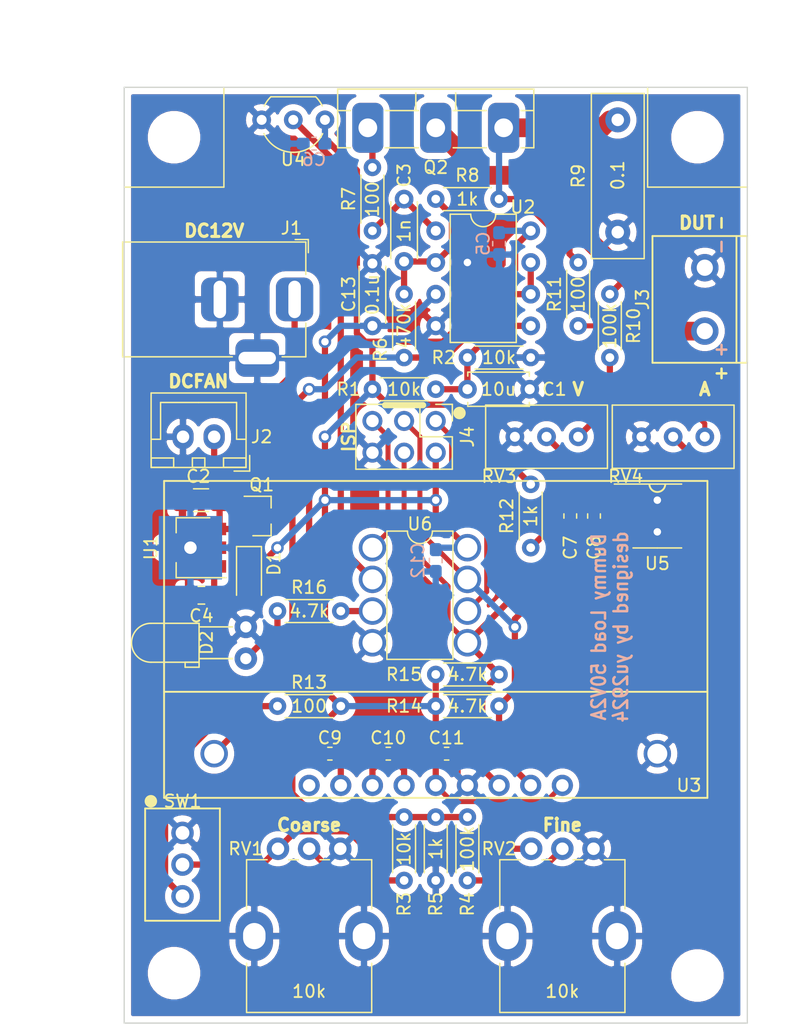
<source format=kicad_pcb>
(kicad_pcb (version 20171130) (host pcbnew "(5.1.4)-1")
  (layers (0 F.Cu signal) (31 B.Cu signal) (34 B.Paste user) (35 F.Paste user) (36 B.SilkS user) (37 F.SilkS user) (38 B.Mask user) (39 F.Mask user) (44 Edge.Cuts user))
  (net 0 "")
  (net 1 GND)
  (net 2 "Net-(C1-Pad1)")
  (net 3 "Net-(C2-Pad1)")
  (net 4 "Net-(C3-Pad2)")
  (net 5 "Net-(C3-Pad1)")
  (net 6 VDD)
  (net 7 "Net-(C7-Pad1)")
  (net 8 "Net-(C9-Pad2)")
  (net 9 "Net-(C10-Pad2)")
  (net 10 "Net-(C10-Pad1)")
  (net 11 "Net-(D2-Pad2)")
  (net 12 "Net-(J1-Pad1)")
  (net 13 "Net-(J3-Pad1)")
  (net 14 "Net-(J4-Pad5)")
  (net 15 "Net-(J4-Pad4)")
  (net 16 "Net-(J4-Pad3)")
  (net 17 "Net-(J4-Pad1)")
  (net 18 "Net-(Q2-Pad3)")
  (net 19 "Net-(Q2-Pad1)")
  (net 20 "Net-(R3-Pad2)")
  (net 21 "Net-(R4-Pad2)")
  (net 22 VDDA)
  (net 23 "Net-(R10-Pad1)")
  (net 24 "Net-(R11-Pad1)")
  (net 25 "Net-(R13-Pad2)")
  (net 26 "Net-(R16-Pad1)")
  (net 27 "Net-(RV1-Pad3)")
  (net 28 "Net-(RV3-Pad2)")
  (net 29 "Net-(RV4-Pad2)")
  (net 30 "Net-(U3-Pad1)")
  (net 31 "Net-(U4-Pad2)")
  (net 32 "Net-(C13-Pad1)")
  (module _local:AQM1602Y (layer F.Cu) (at 75 105.95)
    (fp_text reference U3 (at 20.32 0) (layer F.SilkS))
    (fp_text value AQM1602Y)
    (pad 1 thru_hole circle (at -10.16 0) (size 1.7 1.7) (drill 1) (layers *.Cu *.Mask) (net 30 "Net-(U3-Pad1)"))
    (pad 2 thru_hole circle (at -7.62 0) (size 1.7 1.7) (drill 1) (layers *.Cu *.Mask) (net 8 "Net-(C9-Pad2)"))
    (pad 3 thru_hole circle (at -5.08 0) (size 1.7 1.7) (drill 1) (layers *.Cu *.Mask) (net 10 "Net-(C10-Pad1)"))
    (pad 4 thru_hole circle (at -2.54 0) (size 1.7 1.7) (drill 1) (layers *.Cu *.Mask) (net 9 "Net-(C10-Pad2)"))
    (pad 5 thru_hole circle (at 0 0) (size 1.7 1.7) (drill 1) (layers *.Cu *.Mask) (net 6 VDD))
    (pad 6 thru_hole circle (at 2.54 0) (size 1.7 1.7) (drill 1) (layers *.Cu *.Mask) (net 1 GND))
    (pad 7 thru_hole circle (at 5.08 0) (size 1.7 1.7) (drill 1) (layers *.Cu *.Mask) (net 15 "Net-(J4-Pad4)"))
    (pad 8 thru_hole circle (at 7.62 0) (size 1.7 1.7) (drill 1) (layers *.Cu *.Mask) (net 16 "Net-(J4-Pad3)"))
    (pad 9 thru_hole circle (at 10.16 0) (size 1.7 1.7) (drill 1) (layers *.Cu *.Mask) (net 6 VDD))
    (pad 0 thru_hole circle (at -17.78 -2.54) (size 2.2 2.2) (drill 1.6) (layers *.Cu *.Mask) (net 25 "Net-(R13-Pad2)"))
    (pad 10 thru_hole circle (at 17.78 -2.54) (size 2.2 2.2) (drill 1.6) (layers *.Cu *.Mask) (net 1 GND))
  )
  (module _local:TO-3P-3_Vertical (layer F.Cu) (at 69.55 53.245)
    (fp_text reference Q2 (at 5.45 3.175) (layer F.SilkS))
    (fp_text value 2SK1122)
    (pad 1 thru_hole roundrect (at 0 0) (size 2.5 4) (drill 1.5) (layers *.Cu *.Mask) (net 19 "Net-(Q2-Pad1)"))
    (pad 2 thru_hole roundrect (at 5.45 0) (size 2.5 4) (drill 1.5) (layers *.Cu *.Mask) (net 13 "Net-(J3-Pad1)"))
    (pad 3 thru_hole roundrect (at 10.9 0) (size 2.5 4) (drill 1.5) (layers *.Cu *.Mask) (net 18 "Net-(Q2-Pad3)"))
  )
  (module _local:PinHeader_2x03_P2.54mm_Vertical (layer F.Cu) (at 75 76.74 270)
    (fp_text reference J4 (at 1.27 -2.54 90) (layer F.SilkS))
    (fp_text value ISP)
    (pad 6 thru_hole circle (at 2.54 5.08 270) (size 1.6 1.6) (drill 1) (layers *.Cu *.Mask) (net 1 GND))
    (pad 5 thru_hole circle (at 0 5.08 270) (size 1.6 1.6) (drill 1) (layers *.Cu *.Mask) (net 14 "Net-(J4-Pad5)"))
    (pad 4 thru_hole circle (at 2.54 2.54 270) (size 1.6 1.6) (drill 1) (layers *.Cu *.Mask) (net 15 "Net-(J4-Pad4)"))
    (pad 3 thru_hole circle (at 0 2.54 270) (size 1.6 1.6) (drill 1) (layers *.Cu *.Mask) (net 16 "Net-(J4-Pad3)"))
    (pad 2 thru_hole circle (at 2.54 0 270) (size 1.6 1.6) (drill 1) (layers *.Cu *.Mask) (net 6 VDD))
    (pad 1 thru_hole circle (at 0 0 270) (size 1.6 1.6) (drill 1) (layers *.Cu *.Mask) (net 17 "Net-(J4-Pad1)"))
  )
  (module _local:BarrelJack_Horizontal (layer F.Cu) (at 63.674 67)
    (fp_text reference J1 (at -0.254 -5.715) (layer F.SilkS))
    (fp_text value DC12V)
    (pad 1 thru_hole roundrect (at 0 0) (size 3 3.5) (drill oval 1 3) (layers *.Cu *.Mask) (net 12 "Net-(J1-Pad1)"))
    (pad 2 thru_hole roundrect (at -6 0) (size 3 3.5) (drill oval 1 3) (layers *.Cu *.Mask) (net 1 GND))
    (pad 3 thru_hole roundrect (at -3 4.7) (size 3.5 3) (drill oval 3 1) (layers *.Cu *.Mask) (net 1 GND))
  )
  (module _local:ThermalBack-5.08x5.08 (layer B.Cu) (at 55.315 86.9 90)
    (fp_text reference REF** hide)
    (fp_text value ThermalBack-5.08x5.08)
    (pad 1 thru_hole circle (at 0 0 90) (size 1.4 1.4) (drill 1) (layers *.Cu *.Mask) (net 1 GND))
    (pad 1 smd rect (at 0 0 90) (size 5.08 5.08) (layers B.Cu B.Paste B.Mask) (net 1 GND))
  )
  (module _local:Potentiometer_Alps_RK09K_Single_Vertical (layer F.Cu) (at 62.34 111.03 270)
    (fp_text reference RV1 (at 0 2.58 180) (layer F.SilkS))
    (fp_text value 10k (at 11.43 -2.5) (layer F.SilkS))
    (pad 0 thru_hole oval (at 7 1.9 270) (size 4 3) (drill oval 2.1 1.8) (layers *.Cu *.Mask) (net 1 GND))
    (pad 0 thru_hole oval (at 7 -6.9 270) (size 4 3) (drill oval 2.1 1.8) (layers *.Cu *.Mask) (net 1 GND))
    (pad 3 thru_hole circle (at 0 0 270) (size 1.8 1.8) (drill 1) (layers *.Cu *.Mask) (net 27 "Net-(RV1-Pad3)"))
    (pad 2 thru_hole circle (at 0 -2.5 270) (size 1.8 1.8) (drill 1) (layers *.Cu *.Mask) (net 20 "Net-(R3-Pad2)"))
    (pad 1 thru_hole circle (at 0 -5 270) (size 1.8 1.8) (drill 1) (layers *.Cu *.Mask) (net 1 GND))
  )
  (module _local:Potentiometer_Alps_RK09K_Single_Vertical (layer F.Cu) (at 82.66 111.03 270)
    (fp_text reference RV2 (at 0 2.58 180) (layer F.SilkS))
    (fp_text value 10k (at 11.43 -2.5) (layer F.SilkS))
    (pad 0 thru_hole oval (at 7 1.9 270) (size 4 3) (drill oval 2.1 1.8) (layers *.Cu *.Mask) (net 1 GND))
    (pad 0 thru_hole oval (at 7 -6.9 270) (size 4 3) (drill oval 2.1 1.8) (layers *.Cu *.Mask) (net 1 GND))
    (pad 3 thru_hole circle (at 0 0 270) (size 1.8 1.8) (drill 1) (layers *.Cu *.Mask) (net 27 "Net-(RV1-Pad3)"))
    (pad 2 thru_hole circle (at 0 -2.5 270) (size 1.8 1.8) (drill 1) (layers *.Cu *.Mask) (net 21 "Net-(R4-Pad2)"))
    (pad 1 thru_hole circle (at 0 -5 270) (size 1.8 1.8) (drill 1) (layers *.Cu *.Mask) (net 1 GND))
  )
  (module _local:SOIC-8_3.9x4.9mm_P1.27mm (layer F.Cu) (at 92.78 84.36)
    (fp_text reference U5 (at 0 3.81) (layer F.SilkS))
    (fp_text value MCP3426A0-E/SN)
    (pad 8 smd roundrect (at 2.475 -1.905) (size 1.95 0.6) (layers F.Cu F.Paste F.Mask) (net 1 GND))
    (pad 7 smd roundrect (at 2.475 -0.635) (size 1.95 0.6) (layers F.Cu F.Paste F.Mask) (net 29 "Net-(RV4-Pad2)"))
    (pad 6 smd roundrect (at 2.475 0.635) (size 1.95 0.6) (layers F.Cu F.Paste F.Mask) (net 1 GND))
    (pad 5 smd roundrect (at 2.475 1.905) (size 1.95 0.6) (layers F.Cu F.Paste F.Mask) (net 16 "Net-(J4-Pad3)"))
    (pad 4 smd roundrect (at -2.475 1.905) (size 1.95 0.6) (layers F.Cu F.Paste F.Mask) (net 15 "Net-(J4-Pad4)"))
    (pad 3 smd roundrect (at -2.475 0.635) (size 1.95 0.6) (layers F.Cu F.Paste F.Mask) (net 7 "Net-(C7-Pad1)"))
    (pad 2 smd roundrect (at -2.475 -0.635) (size 1.95 0.6) (layers F.Cu F.Paste F.Mask) (net 1 GND))
    (pad 1 smd roundrect (at -2.475 -1.905) (size 1.95 0.6) (layers F.Cu F.Paste F.Mask) (net 28 "Net-(RV3-Pad2)"))
  )
  (module _local:Potentiometer_Bourns_3296W_Vertical (layer F.Cu) (at 91.51 78.01 180)
    (fp_text reference RV4 (at 1.27 -3.175) (layer F.SilkS))
    (fp_text value 1k)
    (pad 1 thru_hole circle (at 0 0 180) (size 1.5 1.5) (drill 0.8) (layers *.Cu *.Mask) (net 1 GND))
    (pad 2 thru_hole circle (at -2.54 0 180) (size 1.5 1.5) (drill 0.8) (layers *.Cu *.Mask) (net 29 "Net-(RV4-Pad2)"))
    (pad 3 thru_hole circle (at -5.08 0 180) (size 1.5 1.5) (drill 0.8) (layers *.Cu *.Mask) (net 24 "Net-(R11-Pad1)"))
  )
  (module _local:Potentiometer_Bourns_3296W_Vertical (layer F.Cu) (at 81.35 78.01 180)
    (fp_text reference RV3 (at 1.27 -3.175 180) (layer F.SilkS))
    (fp_text value 1k)
    (pad 1 thru_hole circle (at 0 0 180) (size 1.5 1.5) (drill 0.8) (layers *.Cu *.Mask) (net 1 GND))
    (pad 2 thru_hole circle (at -2.54 0 180) (size 1.5 1.5) (drill 0.8) (layers *.Cu *.Mask) (net 28 "Net-(RV3-Pad2)"))
    (pad 3 thru_hole circle (at -5.08 0 180) (size 1.5 1.5) (drill 0.8) (layers *.Cu *.Mask) (net 23 "Net-(R10-Pad1)"))
  )
  (module _local:DIP-8_W7.62mm (layer F.Cu) (at 75 61.5)
    (fp_text reference U2 (at 6.985 -1.905) (layer F.SilkS))
    (fp_text value NJM2732)
    (pad 1 thru_hole circle (at 0 0) (size 1.5 1.5) (drill 0.8) (layers *.Cu *.Mask) (net 5 "Net-(C3-Pad1)"))
    (pad 5 thru_hole circle (at 7.62 7.62) (size 1.5 1.5) (drill 0.8) (layers *.Cu *.Mask) (net 2 "Net-(C1-Pad1)"))
    (pad 2 thru_hole circle (at 0 2.54) (size 1.5 1.5) (drill 0.8) (layers *.Cu *.Mask) (net 4 "Net-(C3-Pad2)"))
    (pad 6 thru_hole circle (at 7.62 5.08) (size 1.5 1.5) (drill 0.8) (layers *.Cu *.Mask) (net 22 VDDA))
    (pad 3 thru_hole circle (at 0 5.08) (size 1.5 1.5) (drill 0.8) (layers *.Cu *.Mask) (net 32 "Net-(C13-Pad1)"))
    (pad 7 thru_hole circle (at 7.62 2.54) (size 1.5 1.5) (drill 0.8) (layers *.Cu *.Mask) (net 22 VDDA))
    (pad 4 thru_hole circle (at 0 7.62) (size 1.5 1.5) (drill 0.8) (layers *.Cu *.Mask) (net 1 GND))
    (pad 8 thru_hole circle (at 7.62 0) (size 1.5 1.5) (drill 0.8) (layers *.Cu *.Mask) (net 6 VDD))
  )
  (module _local:C_Disc_D4.7mm_W2.5mm_P5.00mm (layer F.Cu) (at 77.54 74.2)
    (fp_text reference C1 (at 6.985 0) (layer F.SilkS))
    (fp_text value 10u (at 2.5 0) (layer F.SilkS))
    (pad 1 thru_hole circle (at 0 0) (size 1.5 1.5) (drill 0.8) (layers *.Cu *.Mask) (net 2 "Net-(C1-Pad1)"))
    (pad 2 thru_hole circle (at 5 0) (size 1.5 1.5) (drill 0.8) (layers *.Cu *.Mask) (net 1 GND))
  )
  (module _local:C_Disc_D4.3mm_W1.9mm_P5.00mm (layer F.Cu) (at 69.92 69.12 90)
    (fp_text reference C13 (at 2.54 -1.905 90) (layer F.SilkS))
    (fp_text value 0.1u (at 2.5 0 90) (layer F.SilkS))
    (pad 1 thru_hole circle (at 0 0 90) (size 1.5 1.5) (drill 0.8) (layers *.Cu *.Mask) (net 32 "Net-(C13-Pad1)"))
    (pad 2 thru_hole circle (at 5 0 90) (size 1.5 1.5) (drill 0.8) (layers *.Cu *.Mask) (net 1 GND))
  )
  (module _local:C_Disc_D4.3mm_W1.9mm_P5.00mm (layer F.Cu) (at 72.46 58.96 270)
    (fp_text reference C3 (at -1.905 0 90) (layer F.SilkS))
    (fp_text value 1n (at 2.54 0 90) (layer F.SilkS))
    (pad 1 thru_hole circle (at 0 0 270) (size 1.5 1.5) (drill 0.8) (layers *.Cu *.Mask) (net 5 "Net-(C3-Pad1)"))
    (pad 2 thru_hole circle (at 5 0 270) (size 1.5 1.5) (drill 0.8) (layers *.Cu *.Mask) (net 4 "Net-(C3-Pad2)"))
  )
  (module _local:Terminal-2P (layer F.Cu) (at 96.59 67 90)
    (fp_text reference J3 (at 0 -5 90) (layer F.SilkS))
    (fp_text value DUT)
    (pad 1 thru_hole circle (at -2.54 0 90) (size 2.2 2.2) (drill 1.3) (layers *.Cu *.Mask) (net 13 "Net-(J3-Pad1)"))
    (pad 2 thru_hole circle (at 2.54 0 90) (size 2.2 2.2) (drill 1.3) (layers *.Cu *.Mask) (net 1 GND))
  )
  (module _local:DIP-8_W7.62mm-LoProf (layer F.Cu) (at 69.92 86.9)
    (fp_text reference U6 (at 3.81 -1.905) (layer F.SilkS))
    (fp_text value ATtiny45-20PU)
    (pad 1 thru_hole circle (at 0 0) (size 2.2 2.2) (drill 1.6) (layers *.Cu *.Mask) (net 14 "Net-(J4-Pad5)"))
    (pad 5 thru_hole circle (at 7.62 7.62) (size 2.2 2.2) (drill 1.6) (layers *.Cu *.Mask) (net 15 "Net-(J4-Pad4)"))
    (pad 2 thru_hole circle (at 0 2.54) (size 2.2 2.2) (drill 1.6) (layers *.Cu *.Mask) (net 31 "Net-(U4-Pad2)"))
    (pad 6 thru_hole circle (at 7.62 5.08) (size 2.2 2.2) (drill 1.6) (layers *.Cu *.Mask) (net 17 "Net-(J4-Pad1)"))
    (pad 3 thru_hole circle (at 0 5.08) (size 2.2 2.2) (drill 1.6) (layers *.Cu *.Mask) (net 26 "Net-(R16-Pad1)"))
    (pad 7 thru_hole circle (at 7.62 2.54) (size 2.2 2.2) (drill 1.6) (layers *.Cu *.Mask) (net 16 "Net-(J4-Pad3)"))
    (pad 4 thru_hole circle (at 0 7.62) (size 2.2 2.2) (drill 1.6) (layers *.Cu *.Mask) (net 1 GND))
    (pad 8 thru_hole circle (at 7.62 0) (size 2.2 2.2) (drill 1.6) (layers *.Cu *.Mask) (net 6 VDD))
  )
  (module _local:MountingHole_3.2mm_M3 (layer F.Cu) (at 96 54)
    (fp_text reference REF** hide)
    (fp_text value MountingHole_3.2mm_M3 hide)
    (pad "" np_thru_hole circle (at 0 0) (size 3.2 3.2) (drill 3.2) (layers *.Cu *.Mask))
  )
  (module _local:MountingHole_3.2mm_M3 (layer F.Cu) (at 54 54)
    (fp_text reference REF** hide)
    (fp_text value MountingHole_3.2mm_M3 hide)
    (pad "" np_thru_hole circle (at 0 0) (size 3.2 3.2) (drill 3.2) (layers *.Cu *.Mask))
  )
  (module _local:MountingHole_3.2mm_M3 (layer F.Cu) (at 54 121)
    (fp_text reference REF** hide)
    (fp_text value MountingHole_3.2mm_M3 hide)
    (pad "" np_thru_hole circle (at 0 0) (size 3.2 3.2) (drill 3.2) (layers *.Cu *.Mask))
  )
  (module _local:MountingHole_3.2mm_M3 (layer F.Cu) (at 96 121.19)
    (fp_text reference REF** hide)
    (fp_text value MountingHole_3.2mm_M3 hide)
    (pad "" np_thru_hole circle (at 0 0) (size 3.2 3.2) (drill 3.2) (layers *.Cu *.Mask))
  )
  (module _local:TO-92_Inline_Wide (layer F.Cu) (at 66.11 52.61 180)
    (fp_text reference U4 (at 2.54 -3.175) (layer F.SilkS))
    (fp_text value MCP9700A-E/TO)
    (pad 1 thru_hole circle (at 0 0 270) (size 1.5 1.5) (drill 0.8) (layers *.Cu *.Mask) (net 6 VDD))
    (pad 3 thru_hole circle (at 5.08 0 270) (size 1.5 1.5) (drill 0.8) (layers *.Cu *.Mask) (net 1 GND))
    (pad 2 thru_hole circle (at 2.54 0 270) (size 1.5 1.5) (drill 0.8) (layers *.Cu *.Mask) (net 31 "Net-(U4-Pad2)"))
  )
  (module _local:LED_D3.0mm_Horizontal_O3.81mm_Z2.0mm (layer F.Cu) (at 59.76 93.25 270)
    (fp_text reference D2 (at 1.27 3.175 90) (layer F.SilkS))
    (fp_text value LED)
    (pad 2 thru_hole circle (at 2.54 0 270) (size 1.8 1.8) (drill 0.9) (layers *.Cu *.Mask) (net 11 "Net-(D2-Pad2)"))
    (pad 1 thru_hole circle (at 0 0 270) (size 1.8 1.8) (drill 0.9) (layers *.Cu *.Mask) (net 1 GND))
  )
  (module Capacitor_SMD:C_0603_1608Metric_Pad1.05x0.95mm_HandSolder (layer B.Cu) (at 75 87.93 270)
    (fp_text reference C12 (at 0 1.43 90) (layer B.SilkS) (effects (justify mirror)))
    (fp_text value 0.22u)
    (pad 2 smd roundrect (at 0.875 0 270) (size 1.05 0.95) (layers B.Cu B.Paste B.Mask) (net 1 GND))
    (pad 1 smd roundrect (at -0.875 0 270) (size 1.05 0.95) (layers B.Cu B.Paste B.Mask) (net 6 VDD))
  )
  (module _local:JST_XH_B2B-XH-A_1x02_P2.50mm_Vertical (layer F.Cu) (at 57.22 78.01 180)
    (fp_text reference J2 (at -3.81 0) (layer F.SilkS))
    (fp_text value DCFAN)
    (pad 1 thru_hole oval (at 0 0 180) (size 1.7 2) (drill 1) (layers *.Cu *.Mask) (net 3 "Net-(C2-Pad1)"))
    (pad 2 thru_hole oval (at 2.5 0 180) (size 1.7 2) (drill 1) (layers *.Cu *.Mask) (net 1 GND))
  )
  (module Capacitor_SMD:C_0603_1608Metric_Pad1.05x0.95mm_HandSolder (layer F.Cu) (at 87.7 84.36 90)
    (fp_text reference C8 (at -2.54 0 90) (layer F.SilkS))
    (fp_text value 0.22u)
    (pad 2 smd roundrect (at 0.875 0 90) (size 1.05 0.95) (layers F.Cu F.Paste F.Mask) (net 1 GND))
    (pad 1 smd roundrect (at -0.875 0 90) (size 1.05 0.95) (layers F.Cu F.Paste F.Mask) (net 7 "Net-(C7-Pad1)"))
  )
  (module Capacitor_SMD:C_0603_1608Metric_Pad1.05x0.95mm_HandSolder (layer F.Cu) (at 85.795 84.36 90)
    (fp_text reference C7 (at -2.54 0 270) (layer F.SilkS))
    (fp_text value 1u)
    (pad 2 smd roundrect (at 0.875 0 90) (size 1.05 0.95) (layers F.Cu F.Paste F.Mask) (net 1 GND))
    (pad 1 smd roundrect (at -0.875 0 90) (size 1.05 0.95) (layers F.Cu F.Paste F.Mask) (net 7 "Net-(C7-Pad1)"))
  )
  (module Package_TO_SOT_SMD:SOT-89-3 (layer F.Cu) (at 55.95 86.9 180)
    (fp_text reference U1 (at 3.81 0 270) (layer F.SilkS))
    (fp_text value L78L05_SOT89)
    (pad 2 smd trapezoid (at -0.0762 0 270) (size 1.5 1) (rect_delta 0 0.7) (layers F.Cu F.Paste F.Mask) (net 1 GND))
    (pad 2 smd rect (at 1.3335 0 90) (size 2.2 1.84) (layers F.Cu F.Paste F.Mask) (net 1 GND))
    (pad 3 smd rect (at -1.48 1.5 90) (size 1 1.5) (layers F.Cu F.Paste F.Mask) (net 3 "Net-(C2-Pad1)"))
    (pad 2 smd rect (at -1.3335 0 90) (size 1 1.8) (layers F.Cu F.Paste F.Mask) (net 1 GND))
    (pad 1 smd rect (at -1.48 -1.5 90) (size 1 1.5) (layers F.Cu F.Paste F.Mask) (net 6 VDD))
    (pad 2 smd trapezoid (at 2.667 0 90) (size 1.6 0.85) (rect_delta 0 0.6) (layers F.Cu F.Paste F.Mask) (net 1 GND))
  )
  (module _local:SPDT-PCB (layer F.Cu) (at 54.68 112.3 270)
    (fp_text reference SW1 (at -5.08 0) (layer F.SilkS))
    (fp_text value SW_SPDT)
    (pad 3 thru_hole circle (at 2.54 0 270) (size 1.8 1.8) (drill 1.1) (layers *.Cu *.Mask) (net 22 VDDA))
    (pad 2 thru_hole circle (at 0 0 270) (size 1.8 1.8) (drill 1.1) (layers *.Cu *.Mask) (net 27 "Net-(RV1-Pad3)"))
    (pad 1 thru_hole circle (at -2.54 0 270) (size 1.8 1.8) (drill 1.1) (layers *.Cu *.Mask) (net 1 GND))
  )
  (module Package_TO_SOT_SMD:SOT-23 (layer F.Cu) (at 61.03 84.36)
    (fp_text reference Q1 (at 0 -2.5) (layer F.SilkS))
    (fp_text value IRLML6402)
    (pad 3 smd rect (at 1 0) (size 0.9 0.8) (layers F.Cu F.Paste F.Mask) (net 12 "Net-(J1-Pad1)"))
    (pad 2 smd rect (at -1 0.95) (size 0.9 0.8) (layers F.Cu F.Paste F.Mask) (net 3 "Net-(C2-Pad1)"))
    (pad 1 smd rect (at -1 -0.95) (size 0.9 0.8) (layers F.Cu F.Paste F.Mask) (net 1 GND))
  )
  (module Diode_SMD:D_SOD-123 (layer F.Cu) (at 60.014 89.06 270)
    (fp_text reference D1 (at -0.89 -2 90) (layer F.SilkS))
    (fp_text value RB160M-30TR)
    (pad 2 smd rect (at 1.65 0 270) (size 0.9 1.2) (layers F.Cu F.Paste F.Mask) (net 6 VDD))
    (pad 1 smd rect (at -1.65 0 270) (size 0.9 1.2) (layers F.Cu F.Paste F.Mask) (net 3 "Net-(C2-Pad1)"))
  )
  (module Capacitor_SMD:C_0603_1608Metric_Pad1.05x0.95mm_HandSolder (layer F.Cu) (at 75.875 103.41)
    (fp_text reference C11 (at 0 -1.27) (layer F.SilkS))
    (fp_text value 0.22u)
    (pad 2 smd roundrect (at 0.875 0) (size 1.05 0.95) (layers F.Cu F.Paste F.Mask) (net 1 GND))
    (pad 1 smd roundrect (at -0.875 0) (size 1.05 0.95) (layers F.Cu F.Paste F.Mask) (net 6 VDD))
  )
  (module Capacitor_SMD:C_0603_1608Metric_Pad1.05x0.95mm_HandSolder (layer F.Cu) (at 71.19 103.41)
    (fp_text reference C10 (at 0 -1.27) (layer F.SilkS))
    (fp_text value 1u)
    (pad 2 smd roundrect (at 0.875 0) (size 1.05 0.95) (layers F.Cu F.Paste F.Mask) (net 9 "Net-(C10-Pad2)"))
    (pad 1 smd roundrect (at -0.875 0) (size 1.05 0.95) (layers F.Cu F.Paste F.Mask) (net 10 "Net-(C10-Pad1)"))
  )
  (module Capacitor_SMD:C_0603_1608Metric_Pad1.05x0.95mm_HandSolder (layer F.Cu) (at 66.505 103.41)
    (fp_text reference C9 (at 0 -1.27) (layer F.SilkS))
    (fp_text value 1u)
    (pad 2 smd roundrect (at 0.875 0) (size 1.05 0.95) (layers F.Cu F.Paste F.Mask) (net 8 "Net-(C9-Pad2)"))
    (pad 1 smd roundrect (at -0.875 0) (size 1.05 0.95) (layers F.Cu F.Paste F.Mask) (net 6 VDD))
  )
  (module Capacitor_SMD:C_0603_1608Metric_Pad1.05x0.95mm_HandSolder (layer B.Cu) (at 65.235 54.515 180)
    (fp_text reference C6 (at 0 -1.27) (layer B.SilkS) (effects (justify mirror)))
    (fp_text value 0.22u)
    (pad 2 smd roundrect (at 0.875 0 180) (size 1.05 0.95) (layers B.Cu B.Paste B.Mask) (net 1 GND))
    (pad 1 smd roundrect (at -0.875 0 180) (size 1.05 0.95) (layers B.Cu B.Paste B.Mask) (net 6 VDD))
  )
  (module Capacitor_SMD:C_0603_1608Metric_Pad1.05x0.95mm_HandSolder (layer B.Cu) (at 80.08 62.53 270)
    (fp_text reference C5 (at 0 1.27 90) (layer B.SilkS) (effects (justify mirror)))
    (fp_text value 0.22u)
    (pad 2 smd roundrect (at 0.875 0 270) (size 1.05 0.95) (layers B.Cu B.Paste B.Mask) (net 1 GND))
    (pad 1 smd roundrect (at -0.875 0 270) (size 1.05 0.95) (layers B.Cu B.Paste B.Mask) (net 6 VDD))
  )
  (module Capacitor_SMD:C_0805_2012Metric_Pad1.15x1.40mm_HandSolder (layer F.Cu) (at 56.195 90.71 180)
    (fp_text reference C4 (at 0 -1.65) (layer F.SilkS))
    (fp_text value 4.7u)
    (pad 2 smd roundrect (at 1.025 0 180) (size 1.15 1.4) (layers F.Cu F.Paste F.Mask) (roundrect_rratio 0.217391) (net 1 GND))
    (pad 1 smd roundrect (at -1.025 0 180) (size 1.15 1.4) (layers F.Cu F.Paste F.Mask) (roundrect_rratio 0.217391) (net 6 VDD))
  )
  (module Capacitor_SMD:C_1206_3216Metric_Pad1.42x1.75mm_HandSolder (layer F.Cu) (at 56.1675 83.09 180)
    (fp_text reference C2 (at 0.2175 1.905) (layer F.SilkS))
    (fp_text value 10u)
    (pad 2 smd roundrect (at 1.4875 0 180) (size 1.425 1.75) (layers F.Cu F.Paste F.Mask) (roundrect_rratio 0.175439) (net 1 GND))
    (pad 1 smd roundrect (at -1.4875 0 180) (size 1.425 1.75) (layers F.Cu F.Paste F.Mask) (roundrect_rratio 0.175439) (net 3 "Net-(C2-Pad1)"))
  )
  (module _local:R_Axial_DIN0204_L3.6mm_D1.6mm_P5.08mm_Horizontal (layer F.Cu) (at 75 74.2 180)
    (fp_text reference R1 (at 6.985 0) (layer F.SilkS))
    (fp_text value 10k (at 2.54 0) (layer F.SilkS))
    (pad 1 thru_hole circle (at 0 0 180) (size 1.4 1.4) (drill 0.7) (layers *.Cu *.Mask) (net 2 "Net-(C1-Pad1)"))
    (pad 2 thru_hole oval (at 5.08 0 180) (size 1.4 1.4) (drill 0.7) (layers *.Cu *.Mask) (net 6 VDD))
  )
  (module _local:R_Axial_DIN0204_L3.6mm_D1.6mm_P5.08mm_Horizontal (layer F.Cu) (at 77.54 71.66)
    (fp_text reference R2 (at -1.905 0) (layer F.SilkS))
    (fp_text value 10k (at 2.54 0) (layer F.SilkS))
    (pad 2 thru_hole oval (at 5.08 0) (size 1.4 1.4) (drill 0.7) (layers *.Cu *.Mask) (net 1 GND))
    (pad 1 thru_hole circle (at 0 0) (size 1.4 1.4) (drill 0.7) (layers *.Cu *.Mask) (net 2 "Net-(C1-Pad1)"))
  )
  (module _local:R_Axial_DIN0204_L3.6mm_D1.6mm_P5.08mm_Horizontal (layer F.Cu) (at 72.46 108.49 270)
    (fp_text reference R3 (at 6.985 0 90) (layer F.SilkS))
    (fp_text value 10k (at 2.54 0 90) (layer F.SilkS))
    (pad 1 thru_hole circle (at 0 0 270) (size 1.4 1.4) (drill 0.7) (layers *.Cu *.Mask) (net 32 "Net-(C13-Pad1)"))
    (pad 2 thru_hole oval (at 5.08 0 270) (size 1.4 1.4) (drill 0.7) (layers *.Cu *.Mask) (net 20 "Net-(R3-Pad2)"))
  )
  (module _local:R_Axial_DIN0204_L3.6mm_D1.6mm_P5.08mm_Horizontal (layer F.Cu) (at 77.54 108.49 270)
    (fp_text reference R4 (at 6.985 0 90) (layer F.SilkS))
    (fp_text value 100k (at 2.54 0 90) (layer F.SilkS))
    (pad 2 thru_hole oval (at 5.08 0 270) (size 1.4 1.4) (drill 0.7) (layers *.Cu *.Mask) (net 21 "Net-(R4-Pad2)"))
    (pad 1 thru_hole circle (at 0 0 270) (size 1.4 1.4) (drill 0.7) (layers *.Cu *.Mask) (net 32 "Net-(C13-Pad1)"))
  )
  (module _local:R_Axial_DIN0204_L3.6mm_D1.6mm_P5.08mm_Horizontal (layer F.Cu) (at 75 108.49 270)
    (fp_text reference R5 (at 6.985 0 90) (layer F.SilkS))
    (fp_text value 1k (at 2.54 0 90) (layer F.SilkS))
    (pad 1 thru_hole circle (at 0 0 270) (size 1.4 1.4) (drill 0.7) (layers *.Cu *.Mask) (net 32 "Net-(C13-Pad1)"))
    (pad 2 thru_hole oval (at 5.08 0 270) (size 1.4 1.4) (drill 0.7) (layers *.Cu *.Mask) (net 1 GND))
  )
  (module _local:R_Axial_DIN0204_L3.6mm_D1.6mm_P5.08mm_Horizontal (layer F.Cu) (at 72.46 71.66 90)
    (fp_text reference R6 (at 0.635 -1.905 90) (layer F.SilkS))
    (fp_text value 470k (at 2.54 0 90) (layer F.SilkS))
    (pad 1 thru_hole circle (at 0 0 90) (size 1.4 1.4) (drill 0.7) (layers *.Cu *.Mask) (net 22 VDDA))
    (pad 2 thru_hole oval (at 5.08 0 90) (size 1.4 1.4) (drill 0.7) (layers *.Cu *.Mask) (net 4 "Net-(C3-Pad2)"))
  )
  (module _local:R_Axial_DIN0204_L3.6mm_D1.6mm_P5.08mm_Horizontal (layer F.Cu) (at 69.92 56.42 270)
    (fp_text reference R7 (at 2.54 1.905 90) (layer F.SilkS))
    (fp_text value 100 (at 2.54 0 90) (layer F.SilkS))
    (pad 2 thru_hole oval (at 5.08 0 270) (size 1.4 1.4) (drill 0.7) (layers *.Cu *.Mask) (net 5 "Net-(C3-Pad1)"))
    (pad 1 thru_hole circle (at 0 0 270) (size 1.4 1.4) (drill 0.7) (layers *.Cu *.Mask) (net 19 "Net-(Q2-Pad1)"))
  )
  (module _local:R_Axial_DIN0204_L3.6mm_D1.6mm_P5.08mm_Horizontal (layer F.Cu) (at 80.08 58.96 180)
    (fp_text reference R8 (at 2.54 1.905) (layer F.SilkS))
    (fp_text value 1k (at 2.54 0) (layer F.SilkS))
    (pad 2 thru_hole oval (at 5.08 0 180) (size 1.4 1.4) (drill 0.7) (layers *.Cu *.Mask) (net 4 "Net-(C3-Pad2)"))
    (pad 1 thru_hole circle (at 0 0 180) (size 1.4 1.4) (drill 0.7) (layers *.Cu *.Mask) (net 18 "Net-(Q2-Pad3)"))
  )
  (module _local:R_Axial_DIN0204_L3.6mm_D1.6mm_P5.08mm_Horizontal (layer F.Cu) (at 88.97 71.66 90)
    (fp_text reference R10 (at 2.54 1.905 90) (layer F.SilkS))
    (fp_text value 100k (at 2.54 0 90) (layer F.SilkS))
    (pad 2 thru_hole oval (at 5.08 0 90) (size 1.4 1.4) (drill 0.7) (layers *.Cu *.Mask) (net 13 "Net-(J3-Pad1)"))
    (pad 1 thru_hole circle (at 0 0 90) (size 1.4 1.4) (drill 0.7) (layers *.Cu *.Mask) (net 23 "Net-(R10-Pad1)"))
  )
  (module _local:R_Axial_DIN0204_L3.6mm_D1.6mm_P5.08mm_Horizontal (layer F.Cu) (at 86.43 69.12 90)
    (fp_text reference R11 (at 2.54 -1.905 90) (layer F.SilkS))
    (fp_text value 100 (at 2.54 0 90) (layer F.SilkS))
    (pad 2 thru_hole oval (at 5.08 0 90) (size 1.4 1.4) (drill 0.7) (layers *.Cu *.Mask) (net 18 "Net-(Q2-Pad3)"))
    (pad 1 thru_hole circle (at 0 0 90) (size 1.4 1.4) (drill 0.7) (layers *.Cu *.Mask) (net 24 "Net-(R11-Pad1)"))
  )
  (module _local:R_Axial_DIN0204_L3.6mm_D1.6mm_P5.08mm_Horizontal (layer F.Cu) (at 82.62 86.9 90)
    (fp_text reference R12 (at 2.54 -1.92 90) (layer F.SilkS))
    (fp_text value 1k (at 2.54 0 90) (layer F.SilkS))
    (pad 2 thru_hole oval (at 5.08 0 90) (size 1.4 1.4) (drill 0.7) (layers *.Cu *.Mask) (net 6 VDD))
    (pad 1 thru_hole circle (at 0 0 90) (size 1.4 1.4) (drill 0.7) (layers *.Cu *.Mask) (net 7 "Net-(C7-Pad1)"))
  )
  (module _local:R_Axial_DIN0204_L3.6mm_D1.6mm_P5.08mm_Horizontal (layer F.Cu) (at 67.38 99.6 180)
    (fp_text reference R13 (at 2.54 1.905) (layer F.SilkS))
    (fp_text value 100 (at 2.54 0) (layer F.SilkS))
    (pad 1 thru_hole circle (at 0 0 180) (size 1.4 1.4) (drill 0.7) (layers *.Cu *.Mask) (net 6 VDD))
    (pad 2 thru_hole oval (at 5.08 0 180) (size 1.4 1.4) (drill 0.7) (layers *.Cu *.Mask) (net 25 "Net-(R13-Pad2)"))
  )
  (module _local:R_Axial_DIN0204_L3.6mm_D1.6mm_P5.08mm_Horizontal (layer F.Cu) (at 75 99.6)
    (fp_text reference R14 (at -2.54 0) (layer F.SilkS))
    (fp_text value 4.7k (at 2.54 0) (layer F.SilkS))
    (pad 2 thru_hole oval (at 5.08 0) (size 1.4 1.4) (drill 0.7) (layers *.Cu *.Mask) (net 16 "Net-(J4-Pad3)"))
    (pad 1 thru_hole circle (at 0 0) (size 1.4 1.4) (drill 0.7) (layers *.Cu *.Mask) (net 6 VDD))
  )
  (module _local:R_Axial_DIN0204_L3.6mm_D1.6mm_P5.08mm_Horizontal (layer F.Cu) (at 75 97.06)
    (fp_text reference R15 (at -2.54 0) (layer F.SilkS))
    (fp_text value 4.7k (at 2.54 0) (layer F.SilkS))
    (pad 1 thru_hole circle (at 0 0) (size 1.4 1.4) (drill 0.7) (layers *.Cu *.Mask) (net 6 VDD))
    (pad 2 thru_hole oval (at 5.08 0) (size 1.4 1.4) (drill 0.7) (layers *.Cu *.Mask) (net 15 "Net-(J4-Pad4)"))
  )
  (module _local:R_Axial_DIN0204_L3.6mm_D1.6mm_P5.08mm_Horizontal (layer F.Cu) (at 67.38 91.98 180)
    (fp_text reference R16 (at 2.54 1.905) (layer F.SilkS))
    (fp_text value 4.7k (at 2.54 0) (layer F.SilkS))
    (pad 1 thru_hole circle (at 0 0 180) (size 1.4 1.4) (drill 0.7) (layers *.Cu *.Mask) (net 26 "Net-(R16-Pad1)"))
    (pad 2 thru_hole oval (at 5.08 0 180) (size 1.4 1.4) (drill 0.7) (layers *.Cu *.Mask) (net 11 "Net-(D2-Pad2)"))
  )
  (module _local:R_Box_L13.0mm_W4.0mm_P9.00mm (layer F.Cu) (at 89.605 52.61 270)
    (fp_text reference R9 (at 4.5 3.175 90) (layer F.SilkS))
    (fp_text value 0.1 (at 4.445 0 90) (layer F.SilkS))
    (pad 1 thru_hole circle (at 0 0 270) (size 2 2) (drill 1) (layers *.Cu *.Mask) (net 18 "Net-(Q2-Pad3)"))
    (pad 2 thru_hole circle (at 9 0 270) (size 2 2) (drill 1) (layers *.Cu *.Mask) (net 1 GND))
  )
  (gr_text DCFAN (at 55.95 73.565) (layer F.SilkS) (effects (font (size 1 1) (thickness 0.25))))
  (gr_line (start 58 58) (end 50 58) (layer F.SilkS) (width 0.12))
  (gr_line (start 58 50) (end 58 58) (layer F.SilkS) (width 0.12))
  (gr_line (start 92 58) (end 100 58) (layer F.SilkS) (width 0.12))
  (gr_line (start 92 50) (end 92 58) (layer F.SilkS) (width 0.12))
  (gr_circle (center 76.905 76.105) (end 77.155 76.105) (layer F.SilkS) (width 0.5))
  (gr_circle (center 52.14 107.22) (end 52.39 107.22) (layer F.SilkS) (width 0.5))
  (gr_text - (at 97.86 60.865 90) (layer F.SilkS) (effects (font (size 1 1) (thickness 0.2))))
  (gr_text + (at 97.86 72.93 90) (layer F.SilkS) (effects (font (size 1 1) (thickness 0.2))))
  (gr_text ISP (at 68.015 78.01 90) (layer F.SilkS) (effects (font (size 1 1) (thickness 0.2))))
  (gr_text DUT (at 95.955 60.865) (layer F.SilkS) (effects (font (size 1 1) (thickness 0.25))))
  (gr_text DC12V (at 57.22 61.5) (layer F.SilkS) (effects (font (size 1 1) (thickness 0.25))))
  (gr_text + (at 97.86 71.025 90) (layer B.SilkS) (effects (font (size 1 1) (thickness 0.2)) (justify mirror)))
  (gr_text - (at 97.86 62.77 90) (layer B.SilkS) (effects (font (size 1 1) (thickness 0.2)) (justify mirror)))
  (gr_text Fine (at 85.16 109.125) (layer F.SilkS) (effects (font (size 1 1) (thickness 0.25))))
  (gr_text Coarse (at 64.84 109.125) (layer F.SilkS) (effects (font (size 1 1) (thickness 0.25))))
  (gr_text A (at 96.59 74.2) (layer F.SilkS) (effects (font (size 1 1) (thickness 0.25))))
  (gr_text V (at 86.43 74.2) (layer F.SilkS) (effects (font (size 1 1) (thickness 0.25))))
  (gr_text "Dummy Load 50V2A\ndesigned by yu2924" (at 88.97 93.25 90) (layer B.SilkS) (effects (font (size 1.1 1) (thickness 0.2)) (justify mirror)))
  (gr_line (start 100 125) (end 50 125) (layer Edge.Cuts) (width 0.1))
  (gr_line (start 50 125) (end 50 50) (layer Edge.Cuts) (width 0.1))
  (gr_line (start 100 50) (end 100 125) (layer Edge.Cuts) (width 0.1))
  (gr_line (start 50 50) (end 100 50) (layer Edge.Cuts) (width 0.1))
  (via (at 92.78 83.09) (size 1) (drill 0.6) (layers F.Cu B.Cu) (net 1))
  (via (at 92.78 85.63) (size 1) (drill 0.6) (layers F.Cu B.Cu) (net 1))
  (segment (start 55.315 86.9) (end 57.2835 86.9) (width 0.6) (layer F.Cu) (net 1))
  (segment (start 54.68 83.09) (end 54.68 84.995) (width 0.6) (layer F.Cu) (net 1))
  (segment (start 54.6165 85.0585) (end 54.6165 86.9) (width 0.6) (layer F.Cu) (net 1))
  (segment (start 54.68 84.995) (end 54.6165 85.0585) (width 0.6) (layer F.Cu) (net 1))
  (segment (start 55.17 90.71) (end 55.17 89.295) (width 0.6) (layer F.Cu) (net 1))
  (segment (start 54.6165 88.7415) (end 54.6165 86.9) (width 0.6) (layer F.Cu) (net 1))
  (segment (start 55.17 89.295) (end 54.6165 88.7415) (width 0.6) (layer F.Cu) (net 1))
  (segment (start 76.75 105.16) (end 77.54 105.95) (width 0.5) (layer F.Cu) (net 1))
  (segment (start 76.75 103.41) (end 76.75 105.16) (width 0.5) (layer F.Cu) (net 1))
  (segment (start 87.94 83.725) (end 87.7 83.485) (width 0.5) (layer F.Cu) (net 1))
  (segment (start 90.305 83.725) (end 87.94 83.725) (width 0.5) (layer F.Cu) (net 1))
  (segment (start 87.7 83.485) (end 85.795 83.485) (width 0.5) (layer F.Cu) (net 1))
  (via (at 77.54 64.04) (size 1) (drill 0.6) (layers F.Cu B.Cu) (net 1))
  (segment (start 80.08 69.12) (end 77.54 71.66) (width 0.5) (layer F.Cu) (net 2))
  (segment (start 82.62 69.12) (end 80.08 69.12) (width 0.5) (layer F.Cu) (net 2))
  (segment (start 77.54 71.66) (end 77.54 74.2) (width 0.5) (layer F.Cu) (net 2))
  (segment (start 75 74.2) (end 77.54 74.2) (width 0.5) (layer F.Cu) (net 2))
  (segment (start 57.22 85.19) (end 57.43 85.4) (width 0.5) (layer F.Cu) (net 3))
  (segment (start 59.94 85.4) (end 60.03 85.31) (width 0.5) (layer F.Cu) (net 3))
  (segment (start 57.43 85.4) (end 59.94 85.4) (width 0.5) (layer F.Cu) (net 3))
  (segment (start 60.014 85.326) (end 60.03 85.31) (width 0.5) (layer F.Cu) (net 3))
  (segment (start 60.014 87.41) (end 60.014 85.326) (width 0.5) (layer F.Cu) (net 3))
  (segment (start 57.655 85.175) (end 57.43 85.4) (width 0.5) (layer F.Cu) (net 3))
  (segment (start 57.655 83.09) (end 57.655 85.175) (width 0.5) (layer F.Cu) (net 3))
  (segment (start 57.22 82.655) (end 57.655 83.09) (width 0.5) (layer F.Cu) (net 3))
  (segment (start 57.22 78.01) (end 57.22 82.655) (width 0.5) (layer F.Cu) (net 3))
  (segment (start 75.699999 59.659999) (end 75 58.96) (width 0.5) (layer F.Cu) (net 4))
  (segment (start 76.300001 60.260001) (end 75.699999 59.659999) (width 0.5) (layer F.Cu) (net 4))
  (segment (start 76.300001 62.739999) (end 76.300001 60.260001) (width 0.5) (layer F.Cu) (net 4))
  (segment (start 75 64.04) (end 76.300001 62.739999) (width 0.5) (layer F.Cu) (net 4))
  (segment (start 74.92 63.96) (end 75 64.04) (width 0.5) (layer F.Cu) (net 4))
  (segment (start 72.46 63.96) (end 74.92 63.96) (width 0.5) (layer F.Cu) (net 4))
  (segment (start 75 64.04) (end 74.96 64) (width 0.4) (layer F.Cu) (net 4))
  (segment (start 74.96 64) (end 72.46 64) (width 0.4) (layer F.Cu) (net 4))
  (segment (start 72.46 63.96) (end 72.46 66.58) (width 0.5) (layer F.Cu) (net 4))
  (segment (start 69.92 61.5) (end 72.46 58.96) (width 0.5) (layer F.Cu) (net 5))
  (segment (start 72.46 58.96) (end 75 61.5) (width 0.5) (layer F.Cu) (net 5))
  (segment (start 75 97.06) (end 75 99.6) (width 0.5) (layer F.Cu) (net 6))
  (segment (start 75.155 86.9) (end 75 87.055) (width 0.5) (layer B.Cu) (net 6))
  (segment (start 77.54 86.9) (end 75.155 86.9) (width 0.5) (layer B.Cu) (net 6))
  (segment (start 80.235 61.5) (end 80.08 61.655) (width 0.5) (layer B.Cu) (net 6))
  (segment (start 82.62 61.5) (end 80.235 61.5) (width 0.5) (layer B.Cu) (net 6))
  (segment (start 66.11 52.61) (end 66.11 54.515) (width 0.5) (layer B.Cu) (net 6))
  (segment (start 75.849999 106.799999) (end 75 105.95) (width 0.4) (layer F.Cu) (net 6))
  (segment (start 76.300001 107.250001) (end 75.849999 106.799999) (width 0.4) (layer F.Cu) (net 6))
  (segment (start 83.859999 107.250001) (end 76.300001 107.250001) (width 0.4) (layer F.Cu) (net 6))
  (segment (start 85.16 105.95) (end 83.859999 107.250001) (width 0.4) (layer F.Cu) (net 6))
  (segment (start 60.014 90.71) (end 57.22 90.71) (width 0.5) (layer F.Cu) (net 6))
  (segment (start 57.22 88.61) (end 57.43 88.4) (width 0.5) (layer F.Cu) (net 6))
  (segment (start 57.22 90.71) (end 57.22 88.61) (width 0.5) (layer F.Cu) (net 6))
  (via (at 66.11 78.01) (size 1) (drill 0.6) (layers F.Cu B.Cu) (net 6))
  (segment (start 68.680001 75.439999) (end 69.92 74.2) (width 0.5) (layer B.Cu) (net 6))
  (segment (start 66.11 78.01) (end 68.680001 75.439999) (width 0.5) (layer B.Cu) (net 6))
  (segment (start 69.92 70.39) (end 69.92 74.2) (width 0.5) (layer F.Cu) (net 6))
  (segment (start 69.339998 70.39) (end 69.92 70.39) (width 0.5) (layer F.Cu) (net 6))
  (segment (start 68.669999 69.720001) (end 69.339998 70.39) (width 0.5) (layer F.Cu) (net 6))
  (segment (start 68.669999 56.649325) (end 68.669999 69.720001) (width 0.5) (layer F.Cu) (net 6))
  (segment (start 66.11 54.089326) (end 68.669999 56.649325) (width 0.5) (layer F.Cu) (net 6))
  (segment (start 66.11 52.61) (end 66.11 54.089326) (width 0.5) (layer F.Cu) (net 6))
  (segment (start 81.920001 81.120001) (end 82.62 81.82) (width 0.5) (layer F.Cu) (net 6))
  (segment (start 76.239999 75.439999) (end 81.920001 81.120001) (width 0.5) (layer F.Cu) (net 6))
  (segment (start 71.159999 75.439999) (end 76.239999 75.439999) (width 0.5) (layer F.Cu) (net 6))
  (segment (start 69.92 74.2) (end 71.159999 75.439999) (width 0.5) (layer F.Cu) (net 6))
  (via (at 66.11 83.09) (size 1) (drill 0.6) (layers F.Cu B.Cu) (net 6))
  (segment (start 66.11 78.01) (end 66.11 83.09) (width 0.5) (layer F.Cu) (net 6))
  (via (at 75 83.09) (size 1) (drill 0.6) (layers F.Cu B.Cu) (net 6))
  (segment (start 66.11 83.09) (end 75 83.09) (width 0.5) (layer B.Cu) (net 6))
  (segment (start 75 79.28) (end 75 83.09) (width 0.5) (layer F.Cu) (net 6))
  (segment (start 75 84.36) (end 77.54 86.9) (width 0.5) (layer F.Cu) (net 6))
  (segment (start 75 83.09) (end 75 84.36) (width 0.5) (layer F.Cu) (net 6))
  (segment (start 81.870001 62.249999) (end 82.62 61.5) (width 0.5) (layer F.Cu) (net 6))
  (segment (start 81.369999 62.750001) (end 81.870001 62.249999) (width 0.5) (layer F.Cu) (net 6))
  (segment (start 81.369999 64.600003) (end 81.369999 62.750001) (width 0.5) (layer F.Cu) (net 6))
  (segment (start 75.580002 70.39) (end 81.369999 64.600003) (width 0.5) (layer F.Cu) (net 6))
  (segment (start 69.92 70.39) (end 75.580002 70.39) (width 0.5) (layer F.Cu) (net 6))
  (segment (start 66.11 83.09) (end 66.11 86.9) (width 0.5) (layer F.Cu) (net 6))
  (via (at 62.3 86.9) (size 1) (drill 0.6) (layers F.Cu B.Cu) (net 6))
  (segment (start 60.014 89.186) (end 60.014 90.71) (width 0.5) (layer F.Cu) (net 6))
  (segment (start 62.3 86.9) (end 60.014 89.186) (width 0.5) (layer F.Cu) (net 6))
  (segment (start 66.11 98.33) (end 67.38 99.6) (width 0.5) (layer F.Cu) (net 6))
  (segment (start 66.11 86.9) (end 66.11 98.33) (width 0.5) (layer F.Cu) (net 6))
  (segment (start 75 103.41) (end 75 105.95) (width 0.5) (layer F.Cu) (net 6))
  (segment (start 67.38 99.6) (end 75 99.6) (width 0.5) (layer B.Cu) (net 6))
  (segment (start 75 99.6) (end 75 103.41) (width 0.5) (layer F.Cu) (net 6))
  (segment (start 65.63 101.35) (end 65.63 103.41) (width 0.5) (layer F.Cu) (net 6))
  (segment (start 67.38 99.6) (end 65.63 101.35) (width 0.5) (layer F.Cu) (net 6))
  (segment (start 66.11 83.09) (end 62.3 86.9) (width 0.5) (layer B.Cu) (net 6))
  (segment (start 85.795 85.235) (end 87.7 85.235) (width 0.5) (layer F.Cu) (net 7))
  (segment (start 84.285 85.235) (end 85.795 85.235) (width 0.5) (layer F.Cu) (net 7))
  (segment (start 82.62 86.9) (end 84.285 85.235) (width 0.5) (layer F.Cu) (net 7))
  (segment (start 87.94 84.995) (end 87.7 85.235) (width 0.5) (layer F.Cu) (net 7))
  (segment (start 90.305 84.995) (end 87.94 84.995) (width 0.5) (layer F.Cu) (net 7))
  (segment (start 67.38 103.41) (end 67.38 105.95) (width 0.5) (layer F.Cu) (net 8))
  (segment (start 72.46 105.95) (end 72.46 104.68) (width 0.5) (layer F.Cu) (net 9))
  (segment (start 72.065 104.285) (end 72.065 103.41) (width 0.5) (layer F.Cu) (net 9))
  (segment (start 72.46 104.68) (end 72.065 104.285) (width 0.5) (layer F.Cu) (net 9))
  (segment (start 69.92 105.95) (end 69.92 104.68) (width 0.5) (layer F.Cu) (net 10))
  (segment (start 70.315 104.285) (end 70.315 103.41) (width 0.5) (layer F.Cu) (net 10))
  (segment (start 69.92 104.68) (end 70.315 104.285) (width 0.5) (layer F.Cu) (net 10))
  (segment (start 62.3 93.25) (end 59.76 95.79) (width 0.5) (layer F.Cu) (net 11))
  (segment (start 62.3 91.98) (end 62.3 93.25) (width 0.5) (layer F.Cu) (net 11))
  (segment (start 63.674 67) (end 63.674 72.826) (width 0.5) (layer F.Cu) (net 12))
  (segment (start 62.03 74.47) (end 62.03 84.36) (width 0.5) (layer F.Cu) (net 12))
  (segment (start 63.674 72.826) (end 62.03 74.47) (width 0.5) (layer F.Cu) (net 12))
  (segment (start 95.034366 69.54) (end 96.59 69.54) (width 1.5) (layer F.Cu) (net 13))
  (segment (start 94.574998 69.54) (end 95.034366 69.54) (width 1.5) (layer F.Cu) (net 13))
  (segment (start 88.97 66.58) (end 90.292499 65.257501) (width 0.5) (layer F.Cu) (net 13))
  (segment (start 90.292499 65.257501) (end 94.574998 69.54) (width 1.5) (layer F.Cu) (net 13))
  (segment (start 82.089998 57.055) (end 90.292499 65.257501) (width 1.5) (layer F.Cu) (net 13))
  (segment (start 75 53.245) (end 78.81 57.055) (width 1.5) (layer F.Cu) (net 13))
  (segment (start 78.81 57.055) (end 82.089998 57.055) (width 1.5) (layer F.Cu) (net 13))
  (segment (start 71.019999 85.800001) (end 69.92 86.9) (width 0.4) (layer F.Cu) (net 14))
  (segment (start 71.170001 85.649999) (end 71.019999 85.800001) (width 0.4) (layer F.Cu) (net 14))
  (segment (start 71.170001 77.990001) (end 71.170001 85.649999) (width 0.4) (layer F.Cu) (net 14))
  (segment (start 69.92 76.74) (end 71.170001 77.990001) (width 0.4) (layer F.Cu) (net 14))
  (segment (start 79.380001 97.759999) (end 80.08 97.06) (width 0.5) (layer F.Cu) (net 15))
  (segment (start 78.729999 98.410001) (end 79.380001 97.759999) (width 0.5) (layer F.Cu) (net 15))
  (segment (start 78.729999 104.599999) (end 78.729999 98.410001) (width 0.5) (layer F.Cu) (net 15))
  (segment (start 80.08 105.95) (end 78.729999 104.599999) (width 0.5) (layer F.Cu) (net 15))
  (segment (start 80.08 97.06) (end 77.54 94.52) (width 0.5) (layer F.Cu) (net 15))
  (segment (start 72.46 79.28) (end 72.46 86.46) (width 0.4) (layer F.Cu) (net 15))
  (segment (start 76.440001 93.420001) (end 77.54 94.52) (width 0.4) (layer F.Cu) (net 15))
  (segment (start 75.989999 92.969999) (end 76.440001 93.420001) (width 0.4) (layer F.Cu) (net 15))
  (segment (start 75.989999 89.989999) (end 75.989999 92.969999) (width 0.4) (layer F.Cu) (net 15))
  (segment (start 72.46 86.46) (end 75.989999 89.989999) (width 0.4) (layer F.Cu) (net 15))
  (segment (start 85.795 86.265) (end 77.54 94.52) (width 0.5) (layer F.Cu) (net 15))
  (segment (start 90.305 86.265) (end 85.795 86.265) (width 0.5) (layer F.Cu) (net 15))
  (segment (start 76.740001 88.640001) (end 77.54 89.44) (width 0.4) (layer F.Cu) (net 16))
  (via (at 81.35 93.25) (size 1) (drill 0.6) (layers F.Cu B.Cu) (net 16))
  (segment (start 81.35 94.52) (end 81.35 98.33) (width 0.4) (layer F.Cu) (net 16))
  (segment (start 80.08 103.41) (end 82.62 105.95) (width 0.5) (layer F.Cu) (net 16))
  (segment (start 80.08 99.6) (end 80.08 103.41) (width 0.5) (layer F.Cu) (net 16))
  (segment (start 80.08 99.6) (end 81.35 98.33) (width 0.5) (layer F.Cu) (net 16))
  (segment (start 79.140001 91.040001) (end 81.35 93.25) (width 0.5) (layer B.Cu) (net 16))
  (segment (start 77.54 89.44) (end 79.140001 91.040001) (width 0.5) (layer B.Cu) (net 16))
  (segment (start 81.35 98.33) (end 81.35 93.25) (width 0.5) (layer F.Cu) (net 16))
  (segment (start 76.440001 88.340001) (end 77.54 89.44) (width 0.4) (layer F.Cu) (net 16))
  (segment (start 73.73 85.63) (end 76.440001 88.340001) (width 0.4) (layer F.Cu) (net 16))
  (segment (start 73.73 78.01) (end 73.73 85.63) (width 0.4) (layer F.Cu) (net 16))
  (segment (start 72.46 76.74) (end 73.73 78.01) (width 0.4) (layer F.Cu) (net 16))
  (segment (start 81.35 93.25) (end 81.35 92.615) (width 0.5) (layer F.Cu) (net 16))
  (segment (start 81.35 92.615) (end 86.43 87.535) (width 0.5) (layer F.Cu) (net 16))
  (segment (start 86.43 87.535) (end 94.685 87.535) (width 0.5) (layer F.Cu) (net 16))
  (segment (start 95.255 86.965) (end 95.255 86.265) (width 0.5) (layer F.Cu) (net 16))
  (segment (start 94.685 87.535) (end 95.255 86.965) (width 0.5) (layer F.Cu) (net 16))
  (segment (start 76.27 78.01) (end 76.27 83.09) (width 0.4) (layer F.Cu) (net 17))
  (segment (start 75 76.74) (end 76.27 78.01) (width 0.4) (layer F.Cu) (net 17))
  (segment (start 78.639999 90.880001) (end 77.54 91.98) (width 0.4) (layer F.Cu) (net 17))
  (segment (start 79.090001 90.429999) (end 78.639999 90.880001) (width 0.4) (layer F.Cu) (net 17))
  (segment (start 79.090001 85.910001) (end 79.090001 90.429999) (width 0.4) (layer F.Cu) (net 17))
  (segment (start 76.27 83.09) (end 79.090001 85.910001) (width 0.4) (layer F.Cu) (net 17))
  (segment (start 88.335 53.245) (end 88.97 52.61) (width 1.5) (layer F.Cu) (net 18))
  (segment (start 80.45 53.245) (end 88.335 53.245) (width 1.5) (layer F.Cu) (net 18))
  (segment (start 80.08 53.615) (end 80.45 53.245) (width 0.5) (layer B.Cu) (net 18))
  (segment (start 80.08 58.96) (end 80.08 53.615) (width 0.5) (layer B.Cu) (net 18))
  (segment (start 85.730001 63.340001) (end 86.43 64.04) (width 0.5) (layer F.Cu) (net 18))
  (segment (start 85.730001 62.759999) (end 85.730001 63.340001) (width 0.5) (layer F.Cu) (net 18))
  (segment (start 81.930002 58.96) (end 85.730001 62.759999) (width 0.5) (layer F.Cu) (net 18))
  (segment (start 80.08 58.96) (end 81.930002 58.96) (width 0.5) (layer F.Cu) (net 18))
  (segment (start 69.92 53.615) (end 69.55 53.245) (width 0.5) (layer F.Cu) (net 19))
  (segment (start 69.92 56.42) (end 69.92 53.615) (width 0.5) (layer F.Cu) (net 19))
  (segment (start 67.38 113.57) (end 64.84 111.03) (width 0.5) (layer F.Cu) (net 20))
  (segment (start 72.46 113.57) (end 67.38 113.57) (width 0.5) (layer F.Cu) (net 20))
  (segment (start 82.62 113.57) (end 77.54 113.57) (width 0.5) (layer F.Cu) (net 21))
  (segment (start 85.16 111.03) (end 82.62 113.57) (width 0.5) (layer F.Cu) (net 21))
  (segment (start 82.62 64.04) (end 82.62 66.58) (width 0.5) (layer F.Cu) (net 22))
  (segment (start 73.449949 71.66) (end 72.46 71.66) (width 0.5) (layer F.Cu) (net 22))
  (segment (start 75.763998 71.66) (end 73.449949 71.66) (width 0.5) (layer F.Cu) (net 22))
  (segment (start 80.843998 66.58) (end 75.763998 71.66) (width 0.5) (layer F.Cu) (net 22))
  (segment (start 82.62 66.58) (end 80.843998 66.58) (width 0.5) (layer F.Cu) (net 22))
  (via (at 64.84 74.2) (size 1) (drill 0.6) (layers F.Cu B.Cu) (net 22))
  (segment (start 64.84 74.2) (end 66.11 74.2) (width 0.5) (layer B.Cu) (net 22))
  (segment (start 66.11 74.2) (end 68.65 71.66) (width 0.5) (layer B.Cu) (net 22))
  (segment (start 68.65 71.66) (end 72.46 71.66) (width 0.5) (layer B.Cu) (net 22))
  (segment (start 53.780001 113.940001) (end 54.68 114.84) (width 0.5) (layer F.Cu) (net 22))
  (segment (start 53.279999 113.439999) (end 53.780001 113.940001) (width 0.5) (layer F.Cu) (net 22))
  (segment (start 53.279999 104.981999) (end 53.279999 113.439999) (width 0.5) (layer F.Cu) (net 22))
  (segment (start 63.500001 94.761997) (end 53.279999 104.981999) (width 0.5) (layer F.Cu) (net 22))
  (segment (start 63.500001 75.539999) (end 63.500001 94.761997) (width 0.5) (layer F.Cu) (net 22))
  (segment (start 64.84 74.2) (end 63.500001 75.539999) (width 0.5) (layer F.Cu) (net 22))
  (segment (start 88.97 75.47) (end 86.43 78.01) (width 0.5) (layer F.Cu) (net 23))
  (segment (start 88.97 71.66) (end 88.97 75.47) (width 0.5) (layer F.Cu) (net 23))
  (segment (start 96.59 76.94934) (end 96.59 78.01) (width 0.4) (layer F.Cu) (net 24))
  (segment (start 88.76066 69.12) (end 96.59 76.94934) (width 0.4) (layer F.Cu) (net 24))
  (segment (start 86.43 69.12) (end 88.76066 69.12) (width 0.4) (layer F.Cu) (net 24))
  (segment (start 61.03 99.6) (end 62.3 99.6) (width 0.5) (layer F.Cu) (net 25))
  (segment (start 57.22 103.41) (end 61.03 99.6) (width 0.5) (layer F.Cu) (net 25))
  (segment (start 67.38 91.98) (end 69.92 91.98) (width 0.5) (layer F.Cu) (net 26))
  (segment (start 63.239999 110.130001) (end 62.34 111.03) (width 0.5) (layer F.Cu) (net 27))
  (segment (start 63.740001 109.629999) (end 63.239999 110.130001) (width 0.5) (layer F.Cu) (net 27))
  (segment (start 68.012001 109.629999) (end 63.740001 109.629999) (width 0.5) (layer F.Cu) (net 27))
  (segment (start 69.412002 111.03) (end 68.012001 109.629999) (width 0.5) (layer F.Cu) (net 27))
  (segment (start 82.66 111.03) (end 69.412002 111.03) (width 0.5) (layer F.Cu) (net 27))
  (segment (start 61.07 112.3) (end 54.68 112.3) (width 0.5) (layer F.Cu) (net 27))
  (segment (start 62.34 111.03) (end 61.07 112.3) (width 0.5) (layer F.Cu) (net 27))
  (segment (start 88.335 82.455) (end 90.305 82.455) (width 0.5) (layer F.Cu) (net 28))
  (segment (start 83.89 78.01) (end 88.335 82.455) (width 0.5) (layer F.Cu) (net 28))
  (segment (start 96.59 83.725) (end 95.255 83.725) (width 0.5) (layer F.Cu) (net 29))
  (segment (start 97.225 83.09) (end 96.59 83.725) (width 0.5) (layer F.Cu) (net 29))
  (segment (start 94.05 78.01) (end 97.225 81.185) (width 0.5) (layer F.Cu) (net 29))
  (segment (start 97.225 81.185) (end 97.225 83.09) (width 0.5) (layer F.Cu) (net 29))
  (segment (start 67.38 86.9) (end 67.38 56.42) (width 0.5) (layer F.Cu) (net 31))
  (segment (start 69.92 89.44) (end 67.38 86.9) (width 0.5) (layer F.Cu) (net 31))
  (segment (start 67.38 56.42) (end 63.57 52.61) (width 0.5) (layer F.Cu) (net 31))
  (segment (start 75 108.49) (end 77.54 108.49) (width 0.5) (layer F.Cu) (net 32))
  (segment (start 75 108.49) (end 72.46 108.49) (width 0.5) (layer F.Cu) (net 32))
  (via (at 66.11 70.39) (size 1) (drill 0.6) (layers F.Cu B.Cu) (net 32))
  (segment (start 66.11 70.39) (end 67.38 69.12) (width 0.5) (layer B.Cu) (net 32))
  (segment (start 67.38 69.12) (end 69.92 69.12) (width 0.5) (layer B.Cu) (net 32))
  (segment (start 72.46 69.12) (end 75 66.58) (width 0.5) (layer B.Cu) (net 32))
  (segment (start 69.92 69.12) (end 72.46 69.12) (width 0.5) (layer B.Cu) (net 32))
  (segment (start 66.11 70.39) (end 66.11 75.47) (width 0.5) (layer F.Cu) (net 32))
  (segment (start 66.11 75.47) (end 64.84 76.74) (width 0.5) (layer F.Cu) (net 32))
  (segment (start 64.84 76.74) (end 64.84 100.87) (width 0.5) (layer F.Cu) (net 32))
  (segment (start 71.470051 108.49) (end 72.46 108.49) (width 0.5) (layer F.Cu) (net 32))
  (segment (start 65.381998 108.49) (end 71.470051 108.49) (width 0.5) (layer F.Cu) (net 32))
  (segment (start 63.489999 106.598001) (end 65.381998 108.49) (width 0.5) (layer F.Cu) (net 32))
  (segment (start 63.489999 102.220001) (end 63.489999 106.598001) (width 0.5) (layer F.Cu) (net 32))
  (segment (start 64.84 100.87) (end 63.489999 102.220001) (width 0.5) (layer F.Cu) (net 32))
  (zone (net 1) (net_name GND) (layer F.Cu) (connect_pads (clearance 0.508)) (min_thickness 0.254) (fill yes (arc_segments 32) (thermal_gap 0.508) (thermal_bridge_width 0.508) (smoothing chamfer) (radius 1))
    (polygon (pts (xy 50 50) (xy 100 50) (xy 100 125) (xy 50 125)))
  )
  (zone (net 1) (net_name GND) (layer B.Cu) (connect_pads (clearance 0.508)) (min_thickness 0.254) (fill yes (arc_segments 32) (thermal_gap 0.508) (thermal_bridge_width 0.508) (smoothing chamfer) (radius 1))
    (polygon (pts (xy 50 50) (xy 100 50) (xy 100 125) (xy 50 125)))
  )
)
</source>
